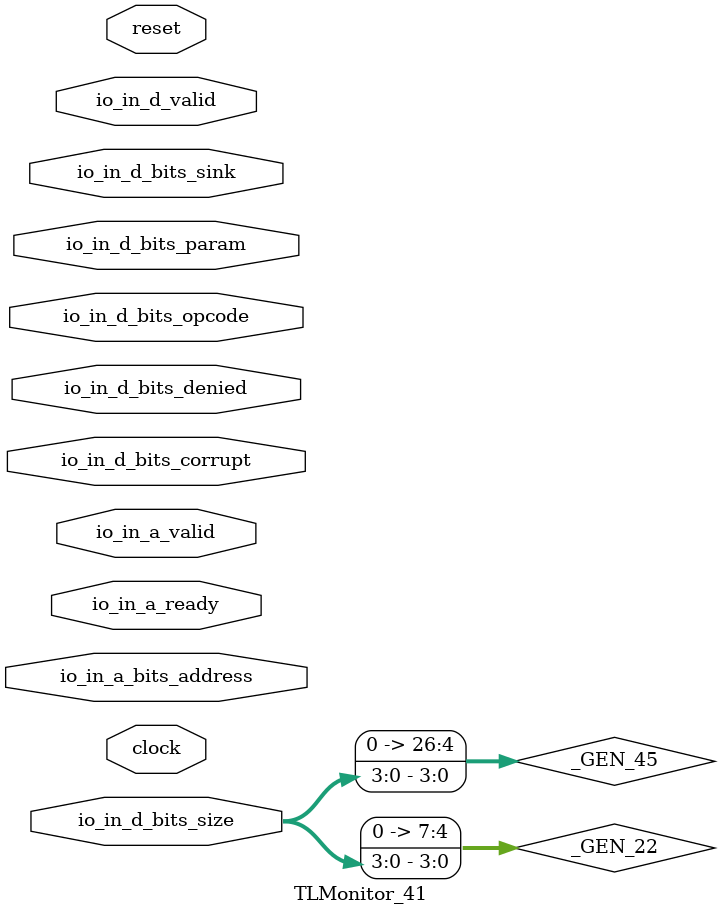
<source format=sv>
`ifndef RANDOMIZE
  `ifdef RANDOMIZE_REG_INIT
    `define RANDOMIZE
  `endif // RANDOMIZE_REG_INIT
`endif // not def RANDOMIZE
`ifndef RANDOMIZE
  `ifdef RANDOMIZE_MEM_INIT
    `define RANDOMIZE
  `endif // RANDOMIZE_MEM_INIT
`endif // not def RANDOMIZE

`ifndef RANDOM
  `define RANDOM $random
`endif // not def RANDOM

// Users can define 'PRINTF_COND' to add an extra gate to prints.
`ifndef PRINTF_COND_
  `ifdef PRINTF_COND
    `define PRINTF_COND_ (`PRINTF_COND)
  `else  // PRINTF_COND
    `define PRINTF_COND_ 1
  `endif // PRINTF_COND
`endif // not def PRINTF_COND_

// Users can define INIT_RANDOM as general code that gets injected into the
// initializer block for modules with registers.
`ifndef INIT_RANDOM
  `define INIT_RANDOM
`endif // not def INIT_RANDOM

// If using random initialization, you can also define RANDOMIZE_DELAY to
// customize the delay used, otherwise 0.002 is used.
`ifndef RANDOMIZE_DELAY
  `define RANDOMIZE_DELAY 0.002
`endif // not def RANDOMIZE_DELAY

// Define INIT_RANDOM_PROLOG_ for use in our modules below.
`ifndef INIT_RANDOM_PROLOG_
  `ifdef RANDOMIZE
    `ifdef VERILATOR
      `define INIT_RANDOM_PROLOG_ `INIT_RANDOM
    `else  // VERILATOR
      `define INIT_RANDOM_PROLOG_ `INIT_RANDOM #`RANDOMIZE_DELAY begin end
    `endif // VERILATOR
  `else  // RANDOMIZE
    `define INIT_RANDOM_PROLOG_
  `endif // RANDOMIZE
`endif // not def INIT_RANDOM_PROLOG_

// Include register initializers in init blocks unless synthesis is set
`ifndef SYNTHESIS
  `ifndef ENABLE_INITIAL_REG_
    `define ENABLE_INITIAL_REG_
  `endif // not def ENABLE_INITIAL_REG_
`endif // not def SYNTHESIS

// Include rmemory initializers in init blocks unless synthesis is set
`ifndef SYNTHESIS
  `ifndef ENABLE_INITIAL_MEM_
    `define ENABLE_INITIAL_MEM_
  `endif // not def ENABLE_INITIAL_MEM_
`endif // not def SYNTHESIS

module TLMonitor_41(
  input        clock,
               reset,
               io_in_a_ready,	// @[generators/rocket-chip/src/main/scala/tilelink/Monitor.scala:17:14]
               io_in_a_valid,	// @[generators/rocket-chip/src/main/scala/tilelink/Monitor.scala:17:14]
  input [31:0] io_in_a_bits_address,	// @[generators/rocket-chip/src/main/scala/tilelink/Monitor.scala:17:14]
  input        io_in_d_valid,	// @[generators/rocket-chip/src/main/scala/tilelink/Monitor.scala:17:14]
  input [2:0]  io_in_d_bits_opcode,	// @[generators/rocket-chip/src/main/scala/tilelink/Monitor.scala:17:14]
  input [1:0]  io_in_d_bits_param,	// @[generators/rocket-chip/src/main/scala/tilelink/Monitor.scala:17:14]
  input [3:0]  io_in_d_bits_size,	// @[generators/rocket-chip/src/main/scala/tilelink/Monitor.scala:17:14]
               io_in_d_bits_sink,	// @[generators/rocket-chip/src/main/scala/tilelink/Monitor.scala:17:14]
  input        io_in_d_bits_denied,	// @[generators/rocket-chip/src/main/scala/tilelink/Monitor.scala:17:14]
               io_in_d_bits_corrupt	// @[generators/rocket-chip/src/main/scala/tilelink/Monitor.scala:17:14]
);

  wire [31:0] _plusarg_reader_1_out;	// @[generators/rocket-chip/src/main/scala/util/PlusArg.scala:80:11]
  wire [31:0] _plusarg_reader_out;	// @[generators/rocket-chip/src/main/scala/util/PlusArg.scala:80:11]
  wire        _GEN = {io_in_a_bits_address[31:14], ~(io_in_a_bits_address[13:12])} == 20'h0 | {io_in_a_bits_address[31:15], io_in_a_bits_address[13:12]} == 19'h0 | {io_in_a_bits_address[31:17], ~(io_in_a_bits_address[16])} == 16'h0 | {io_in_a_bits_address[31:21], io_in_a_bits_address[20:17] ^ 4'h8, io_in_a_bits_address[15:12]} == 19'h0 | {io_in_a_bits_address[31:26], io_in_a_bits_address[25:16] ^ 10'h200} == 16'h0 | {io_in_a_bits_address[31:26], io_in_a_bits_address[25:12] ^ 14'h2010} == 20'h0 | {io_in_a_bits_address[31:28], ~(io_in_a_bits_address[27:26])} == 6'h0 | {io_in_a_bits_address[31:29], io_in_a_bits_address[28:12] ^ 17'h10020} == 20'h0 | io_in_a_bits_address[31:28] == 4'h8;	// @[656:28:627:33, 657:28:629:31, generators/rocket-chip/src/main/scala/diplomacy/Parameters.scala:137:{31,41,46,59}, generators/rocket-chip/src/main/scala/tilelink/Bundles.scala:259:74, generators/rocket-chip/src/main/scala/tilelink/Edges.scala:22:16, generators/rocket-chip/src/main/scala/tilelink/Monitor.scala:652:70, generators/rocket-chip/src/main/scala/tilelink/Parameters.scala:673:26]
  wire        _GEN_0 = io_in_d_bits_opcode != 3'h7;	// @[generators/rocket-chip/src/main/scala/tilelink/Bundles.scala:45:24]
  wire        d_release_ack = io_in_d_bits_opcode == 3'h6;	// @[generators/rocket-chip/src/main/scala/tilelink/Monitor.scala:310:25]
  wire        _GEN_1 = io_in_d_bits_param != 2'h3;	// @[generators/rocket-chip/src/main/scala/tilelink/Bundles.scala:105:26]
  wire        _GEN_2 = io_in_d_bits_param != 2'h2;	// @[generators/rocket-chip/src/main/scala/tilelink/Bundles.scala:111:27, generators/rocket-chip/src/main/scala/tilelink/Monitor.scala:323:28]
  wire        _GEN_3 = ~io_in_d_bits_denied | io_in_d_bits_corrupt;	// @[generators/rocket-chip/src/main/scala/tilelink/Monitor.scala:315:15, :334:30]
  wire        _GEN_4 = io_in_d_bits_opcode == 3'h1;	// @[generators/rocket-chip/src/main/scala/tilelink/Monitor.scala:346:25]
  wire        _a_first_T_1 = io_in_a_ready & io_in_a_valid;	// @[src/main/scala/chisel3/util/Decoupled.scala:52:35]
  reg  [7:0]  a_first_counter;	// @[generators/rocket-chip/src/main/scala/tilelink/Edges.scala:230:27]
  reg  [2:0]  opcode;	// @[generators/rocket-chip/src/main/scala/tilelink/Monitor.scala:384:22]
  reg  [2:0]  param;	// @[generators/rocket-chip/src/main/scala/tilelink/Monitor.scala:385:22]
  reg  [3:0]  size;	// @[generators/rocket-chip/src/main/scala/tilelink/Monitor.scala:386:22]
  reg         source;	// @[generators/rocket-chip/src/main/scala/tilelink/Monitor.scala:387:22]
  reg  [31:0] address;	// @[generators/rocket-chip/src/main/scala/tilelink/Monitor.scala:388:22]
  wire        _GEN_5 = opcode == 3'h4;	// @[generators/rocket-chip/src/main/scala/tilelink/Monitor.scala:384:22, :390:32]
  wire        _GEN_6 = size == 4'h6;	// @[generators/rocket-chip/src/main/scala/tilelink/Monitor.scala:17:14, :386:22, :392:32]
  wire        _GEN_7 = io_in_a_bits_address == address;	// @[generators/rocket-chip/src/main/scala/tilelink/Monitor.scala:388:22, :394:32]
  reg  [7:0]  d_first_counter;	// @[generators/rocket-chip/src/main/scala/tilelink/Edges.scala:230:27]
  reg  [2:0]  opcode_1;	// @[generators/rocket-chip/src/main/scala/tilelink/Monitor.scala:535:22]
  reg  [1:0]  param_1;	// @[generators/rocket-chip/src/main/scala/tilelink/Monitor.scala:536:22]
  reg  [3:0]  size_1;	// @[generators/rocket-chip/src/main/scala/tilelink/Monitor.scala:537:22]
  reg         source_1;	// @[generators/rocket-chip/src/main/scala/tilelink/Monitor.scala:538:22]
  reg  [3:0]  sink;	// @[generators/rocket-chip/src/main/scala/tilelink/Monitor.scala:539:22]
  reg         denied;	// @[generators/rocket-chip/src/main/scala/tilelink/Monitor.scala:540:22]
  wire        _GEN_8 = io_in_d_bits_opcode == opcode_1;	// @[generators/rocket-chip/src/main/scala/tilelink/Monitor.scala:535:22, :542:29]
  wire        _GEN_9 = io_in_d_bits_param == param_1;	// @[generators/rocket-chip/src/main/scala/tilelink/Monitor.scala:536:22, :543:29]
  wire        _GEN_10 = io_in_d_bits_size == size_1;	// @[generators/rocket-chip/src/main/scala/tilelink/Monitor.scala:537:22, :544:29]
  wire        _GEN_11 = io_in_d_bits_sink == sink;	// @[generators/rocket-chip/src/main/scala/tilelink/Monitor.scala:539:22, :546:29]
  wire        _GEN_12 = io_in_d_bits_denied == denied;	// @[generators/rocket-chip/src/main/scala/tilelink/Monitor.scala:540:22, :547:29]
  reg         inflight;	// @[generators/rocket-chip/src/main/scala/tilelink/Monitor.scala:611:27]
  reg  [3:0]  inflight_opcodes;	// @[generators/rocket-chip/src/main/scala/tilelink/Monitor.scala:613:35]
  reg  [7:0]  inflight_sizes;	// @[generators/rocket-chip/src/main/scala/tilelink/Monitor.scala:615:33]
  reg  [7:0]  a_first_counter_1;	// @[generators/rocket-chip/src/main/scala/tilelink/Edges.scala:230:27]
  wire        a_first_1 = a_first_counter_1 == 8'h0;	// @[generators/rocket-chip/src/main/scala/tilelink/Edges.scala:222:14, :230:27, :232:25]
  reg  [7:0]  d_first_counter_1;	// @[generators/rocket-chip/src/main/scala/tilelink/Edges.scala:230:27]
  wire        d_first_1 = d_first_counter_1 == 8'h0;	// @[generators/rocket-chip/src/main/scala/tilelink/Edges.scala:222:14, :230:27, :232:25]
  wire        _same_cycle_resp_T_1 = io_in_a_valid & a_first_1;	// @[generators/rocket-chip/src/main/scala/tilelink/Edges.scala:232:25, generators/rocket-chip/src/main/scala/tilelink/Monitor.scala:648:26]
  wire        _GEN_13 = _a_first_T_1 & a_first_1;	// @[generators/rocket-chip/src/main/scala/tilelink/Edges.scala:232:25, generators/rocket-chip/src/main/scala/tilelink/Monitor.scala:652:25, src/main/scala/chisel3/util/Decoupled.scala:52:35]
  wire        _GEN_14 = io_in_d_valid & d_first_1;	// @[generators/rocket-chip/src/main/scala/tilelink/Edges.scala:232:25, generators/rocket-chip/src/main/scala/tilelink/Monitor.scala:671:26]
  wire        _GEN_15 = _GEN_14 & ~d_release_ack;	// @[generators/rocket-chip/src/main/scala/tilelink/Monitor.scala:310:25, :671:{26,71,74}]
  wire        _GEN_16 = inflight | _same_cycle_resp_T_1;	// @[generators/rocket-chip/src/main/scala/tilelink/Monitor.scala:611:27, :648:26, :682:49]
  wire        _GEN_17 = io_in_d_bits_size == 4'h6;	// @[generators/rocket-chip/src/main/scala/tilelink/Monitor.scala:17:14, :687:36]
  wire        _GEN_18 = inflight_opcodes[3:1] == 3'h4 | inflight_opcodes[3:1] == 3'h3 | inflight_opcodes[3:1] == 3'h2;	// @[generators/rocket-chip/src/main/scala/tilelink/Monitor.scala:613:35, :634:152, :689:38, src/main/scala/chisel3/util/OneHot.scala:65:12]
  wire        _GEN_19 = inflight_opcodes[3:1] == 3'h5;	// @[generators/rocket-chip/src/main/scala/tilelink/Monitor.scala:613:35, :634:152, :689:38, src/main/scala/chisel3/util/OneHot.scala:65:12]
  wire        _GEN_20 = inflight_opcodes[3:1] == 3'h6;	// @[generators/rocket-chip/src/main/scala/tilelink/Monitor.scala:613:35, :634:152, :689:38, src/main/scala/chisel3/util/OneHot.scala:65:12]
  wire        _GEN_21 = io_in_d_bits_opcode == ((&(inflight_opcodes[3:1])) | _GEN_20 ? 3'h4 : _GEN_19 ? 3'h2 : {2'h0, _GEN_18}) | io_in_d_bits_opcode == ((&(inflight_opcodes[3:1])) ? 3'h4 : _GEN_20 ? 3'h5 : _GEN_19 ? 3'h2 : {2'h0, _GEN_18});	// @[generators/rocket-chip/src/main/scala/tilelink/Monitor.scala:313:28, :613:35, :634:152, :689:{38,72}, :690:38, src/main/scala/chisel3/util/OneHot.scala:65:12]
  wire [7:0]  _GEN_22 = {4'h0, io_in_d_bits_size};	// @[generators/rocket-chip/src/main/scala/diplomacy/Parameters.scala:92:38, generators/rocket-chip/src/main/scala/tilelink/Bundles.scala:111:27, generators/rocket-chip/src/main/scala/tilelink/Monitor.scala:634:69, :638:65, :656:79, :657:77, :691:36]
  wire        _GEN_23 = _GEN_22 == {1'h0, inflight_sizes[7:1]};	// @[generators/rocket-chip/src/main/scala/tilelink/Monitor.scala:17:14, :42:11, :49:11, :99:31, :131:74, :139:71, :615:33, :638:144, :691:36, :695:15, generators/rocket-chip/src/main/scala/tilelink/Monitor.scala 636:33:638:19, src/main/scala/chisel3/util/OneHot.scala:65:12]
  wire        _GEN_24 = _same_cycle_resp_T_1 != _GEN_15 | ~_same_cycle_resp_T_1;	// @[generators/rocket-chip/src/main/scala/tilelink/Monitor.scala:648:26, :671:71, :699:{29,48,51}]
  reg  [31:0] watchdog;	// @[generators/rocket-chip/src/main/scala/tilelink/Monitor.scala:706:27]
  wire        _GEN_25 = ~inflight | _plusarg_reader_out == 32'h0 | watchdog < _plusarg_reader_out;	// @[generators/rocket-chip/src/main/scala/tilelink/Bundles.scala:259:74, generators/rocket-chip/src/main/scala/tilelink/Monitor.scala:611:27, :658:17, :706:27, :709:{39,47,59}, generators/rocket-chip/src/main/scala/util/PlusArg.scala:80:11]
  reg         inflight_1;	// @[generators/rocket-chip/src/main/scala/tilelink/Monitor.scala:723:35]
  reg  [7:0]  inflight_sizes_1;	// @[generators/rocket-chip/src/main/scala/tilelink/Monitor.scala:725:35]
  reg  [7:0]  d_first_counter_2;	// @[generators/rocket-chip/src/main/scala/tilelink/Edges.scala:230:27]
  wire        d_first_2 = d_first_counter_2 == 8'h0;	// @[generators/rocket-chip/src/main/scala/tilelink/Edges.scala:222:14, :230:27, :232:25]
  wire        _GEN_26 = io_in_d_valid & d_first_2 & d_release_ack;	// @[generators/rocket-chip/src/main/scala/tilelink/Edges.scala:232:25, generators/rocket-chip/src/main/scala/tilelink/Monitor.scala:310:25, :785:70]
  wire        _GEN_27 = _GEN_22 == {1'h0, inflight_sizes_1[7:1]};	// @[generators/rocket-chip/src/main/scala/tilelink/Monitor.scala:17:14, :42:11, :49:11, :99:31, :131:74, :139:71, :691:36, :695:15, :725:35, :747:146, :797:36, generators/rocket-chip/src/main/scala/tilelink/Monitor.scala 745:35:747:21, src/main/scala/chisel3/util/OneHot.scala:65:12]
  reg  [31:0] watchdog_1;	// @[generators/rocket-chip/src/main/scala/tilelink/Monitor.scala:815:27]
  wire        _GEN_28 = ~inflight_1 | _plusarg_reader_1_out == 32'h0 | watchdog_1 < _plusarg_reader_1_out;	// @[generators/rocket-chip/src/main/scala/tilelink/Bundles.scala:259:74, generators/rocket-chip/src/main/scala/tilelink/Monitor.scala:49:11, :723:35, :815:27, :818:{39,47,59}, generators/rocket-chip/src/main/scala/util/PlusArg.scala:80:11]
  wire        _GEN_29 = io_in_a_valid & ~reset;	// @[generators/rocket-chip/src/main/scala/tilelink/Monitor.scala:42:11]
  wire        _GEN_30 = io_in_d_valid & ~reset;	// @[generators/rocket-chip/src/main/scala/tilelink/Monitor.scala:42:11, :49:11]
  wire        _GEN_31 = io_in_d_valid & d_release_ack & ~reset;	// @[generators/rocket-chip/src/main/scala/tilelink/Monitor.scala:42:11, :49:11, :310:25]
  wire        _GEN_32 = io_in_d_valid & io_in_d_bits_opcode == 3'h4 & ~reset;	// @[generators/rocket-chip/src/main/scala/tilelink/Monitor.scala:42:11, :49:11, :318:25]
  wire        _GEN_33 = io_in_d_valid & io_in_d_bits_opcode == 3'h5 & ~reset;	// @[generators/rocket-chip/src/main/scala/tilelink/Monitor.scala:42:11, :49:11, :328:25]
  wire        _GEN_34 = io_in_d_valid & io_in_d_bits_opcode == 3'h0 & ~reset;	// @[generators/rocket-chip/src/main/scala/tilelink/Monitor.scala:42:11, :49:11, :338:25]
  wire        _GEN_35 = io_in_d_valid & _GEN_4 & ~reset;	// @[generators/rocket-chip/src/main/scala/tilelink/Monitor.scala:42:11, :49:11, :346:25]
  wire        _GEN_36 = io_in_d_valid & io_in_d_bits_opcode == 3'h2 & ~reset;	// @[generators/rocket-chip/src/main/scala/tilelink/Monitor.scala:42:11, :49:11, :354:25]
  wire        _GEN_37 = io_in_a_valid & (|a_first_counter) & ~reset;	// @[generators/rocket-chip/src/main/scala/tilelink/Edges.scala:230:27, :232:25, generators/rocket-chip/src/main/scala/tilelink/Monitor.scala:42:11]
  wire        _GEN_38 = io_in_d_valid & (|d_first_counter) & ~reset;	// @[generators/rocket-chip/src/main/scala/tilelink/Edges.scala:230:27, :232:25, generators/rocket-chip/src/main/scala/tilelink/Monitor.scala:42:11, :49:11]
  wire        _GEN_39 = _GEN_13 & ~reset;	// @[generators/rocket-chip/src/main/scala/tilelink/Monitor.scala:42:11, :652:25]
  wire        _GEN_40 = _GEN_15 & ~reset;	// @[generators/rocket-chip/src/main/scala/tilelink/Monitor.scala:42:11, :49:11, :671:71]
  wire        _GEN_41 = _GEN_15 & _same_cycle_resp_T_1 & ~reset;	// @[generators/rocket-chip/src/main/scala/tilelink/Monitor.scala:42:11, :49:11, :648:26, :671:71]
  wire        _GEN_42 = _GEN_15 & ~_same_cycle_resp_T_1 & ~reset;	// @[generators/rocket-chip/src/main/scala/tilelink/Monitor.scala:42:11, :49:11, :648:26, :671:71, :699:51]
  wire        _GEN_43 = _GEN_14 & a_first_1 & io_in_a_valid & ~d_release_ack & ~reset;	// @[generators/rocket-chip/src/main/scala/tilelink/Edges.scala:232:25, generators/rocket-chip/src/main/scala/tilelink/Monitor.scala:42:11, :49:11, :310:25, :671:{26,74}]
  wire        _GEN_44 = _GEN_26 & ~reset;	// @[generators/rocket-chip/src/main/scala/tilelink/Monitor.scala:42:11, :49:11, :785:70]
  `ifndef SYNTHESIS	// @[generators/rocket-chip/src/main/scala/tilelink/Monitor.scala:42:11]
    always @(posedge clock) begin	// @[generators/rocket-chip/src/main/scala/tilelink/Monitor.scala:42:11]
      if ((`PRINTF_COND_) & _GEN_29 & ~_GEN)	// @[generators/rocket-chip/src/main/scala/tilelink/Monitor.scala:42:11, generators/rocket-chip/src/main/scala/tilelink/Parameters.scala:673:26]
        $fwrite(32'h80000002, "Assertion failed: 'A' channel carries Get type which slave claims it can't support (connected at generators/boom/src/main/scala/common/tile.scala:138:21)\n    at Monitor.scala:42 assert(cond, message)\n");	// @[generators/rocket-chip/src/main/scala/tilelink/Monitor.scala:42:11]
      if ((`PRINTF_COND_) & _GEN_29 & (|(io_in_a_bits_address[5:0])))	// @[generators/rocket-chip/src/main/scala/tilelink/Edges.scala:22:{16,24}, generators/rocket-chip/src/main/scala/tilelink/Monitor.scala:42:11]
        $fwrite(32'h80000002, "Assertion failed: 'A' channel Get address not aligned to size (connected at generators/boom/src/main/scala/common/tile.scala:138:21)\n    at Monitor.scala:42 assert(cond, message)\n");	// @[generators/rocket-chip/src/main/scala/tilelink/Monitor.scala:42:11]
      if ((`PRINTF_COND_) & _GEN_30 & ~_GEN_0)	// @[generators/rocket-chip/src/main/scala/tilelink/Bundles.scala:45:24, generators/rocket-chip/src/main/scala/tilelink/Monitor.scala:42:11, :49:11]
        $fwrite(32'h80000002, "Assertion failed: 'D' channel has invalid opcode (connected at generators/boom/src/main/scala/common/tile.scala:138:21)\n    at Monitor.scala:49 assert(cond, message)\n");	// @[generators/rocket-chip/src/main/scala/tilelink/Monitor.scala:42:11, :49:11]
      if ((`PRINTF_COND_) & _GEN_31 & ~(|(io_in_d_bits_size[3:2])))	// @[generators/rocket-chip/src/main/scala/tilelink/Monitor.scala:42:11, :49:11, :312:27]
        $fwrite(32'h80000002, "Assertion failed: 'D' channel ReleaseAck smaller than a beat (connected at generators/boom/src/main/scala/common/tile.scala:138:21)\n    at Monitor.scala:49 assert(cond, message)\n");	// @[generators/rocket-chip/src/main/scala/tilelink/Monitor.scala:42:11, :49:11]
      if ((`PRINTF_COND_) & _GEN_31 & (|io_in_d_bits_param))	// @[generators/rocket-chip/src/main/scala/tilelink/Monitor.scala:42:11, :49:11, :313:28]
        $fwrite(32'h80000002, "Assertion failed: 'D' channel ReleaseeAck carries invalid param (connected at generators/boom/src/main/scala/common/tile.scala:138:21)\n    at Monitor.scala:49 assert(cond, message)\n");	// @[generators/rocket-chip/src/main/scala/tilelink/Monitor.scala:42:11, :49:11]
      if ((`PRINTF_COND_) & _GEN_31 & io_in_d_bits_corrupt)	// @[generators/rocket-chip/src/main/scala/tilelink/Monitor.scala:42:11, :49:11]
        $fwrite(32'h80000002, "Assertion failed: 'D' channel ReleaseAck is corrupt (connected at generators/boom/src/main/scala/common/tile.scala:138:21)\n    at Monitor.scala:49 assert(cond, message)\n");	// @[generators/rocket-chip/src/main/scala/tilelink/Monitor.scala:42:11, :49:11]
      if ((`PRINTF_COND_) & _GEN_31 & io_in_d_bits_denied)	// @[generators/rocket-chip/src/main/scala/tilelink/Monitor.scala:42:11, :49:11]
        $fwrite(32'h80000002, "Assertion failed: 'D' channel ReleaseAck is denied (connected at generators/boom/src/main/scala/common/tile.scala:138:21)\n    at Monitor.scala:49 assert(cond, message)\n");	// @[generators/rocket-chip/src/main/scala/tilelink/Monitor.scala:42:11, :49:11]
      if ((`PRINTF_COND_) & _GEN_32 & ~(|(io_in_d_bits_size[3:2])))	// @[generators/rocket-chip/src/main/scala/tilelink/Monitor.scala:42:11, :49:11, :312:27]
        $fwrite(32'h80000002, "Assertion failed: 'D' channel Grant smaller than a beat (connected at generators/boom/src/main/scala/common/tile.scala:138:21)\n    at Monitor.scala:49 assert(cond, message)\n");	// @[generators/rocket-chip/src/main/scala/tilelink/Monitor.scala:42:11, :49:11]
      if ((`PRINTF_COND_) & _GEN_32 & ~_GEN_1)	// @[generators/rocket-chip/src/main/scala/tilelink/Bundles.scala:105:26, generators/rocket-chip/src/main/scala/tilelink/Monitor.scala:42:11, :49:11]
        $fwrite(32'h80000002, "Assertion failed: 'D' channel Grant carries invalid cap param (connected at generators/boom/src/main/scala/common/tile.scala:138:21)\n    at Monitor.scala:49 assert(cond, message)\n");	// @[generators/rocket-chip/src/main/scala/tilelink/Monitor.scala:42:11, :49:11]
      if ((`PRINTF_COND_) & _GEN_32 & ~_GEN_2)	// @[generators/rocket-chip/src/main/scala/tilelink/Monitor.scala:42:11, :49:11, :323:28]
        $fwrite(32'h80000002, "Assertion failed: 'D' channel Grant carries toN param (connected at generators/boom/src/main/scala/common/tile.scala:138:21)\n    at Monitor.scala:49 assert(cond, message)\n");	// @[generators/rocket-chip/src/main/scala/tilelink/Monitor.scala:42:11, :49:11]
      if ((`PRINTF_COND_) & _GEN_32 & io_in_d_bits_corrupt)	// @[generators/rocket-chip/src/main/scala/tilelink/Monitor.scala:42:11, :49:11]
        $fwrite(32'h80000002, "Assertion failed: 'D' channel Grant is corrupt (connected at generators/boom/src/main/scala/common/tile.scala:138:21)\n    at Monitor.scala:49 assert(cond, message)\n");	// @[generators/rocket-chip/src/main/scala/tilelink/Monitor.scala:42:11, :49:11]
      if ((`PRINTF_COND_) & _GEN_33 & ~(|(io_in_d_bits_size[3:2])))	// @[generators/rocket-chip/src/main/scala/tilelink/Monitor.scala:42:11, :49:11, :312:27]
        $fwrite(32'h80000002, "Assertion failed: 'D' channel GrantData smaller than a beat (connected at generators/boom/src/main/scala/common/tile.scala:138:21)\n    at Monitor.scala:49 assert(cond, message)\n");	// @[generators/rocket-chip/src/main/scala/tilelink/Monitor.scala:42:11, :49:11]
      if ((`PRINTF_COND_) & _GEN_33 & ~_GEN_1)	// @[generators/rocket-chip/src/main/scala/tilelink/Bundles.scala:105:26, generators/rocket-chip/src/main/scala/tilelink/Monitor.scala:42:11, :49:11]
        $fwrite(32'h80000002, "Assertion failed: 'D' channel GrantData carries invalid cap param (connected at generators/boom/src/main/scala/common/tile.scala:138:21)\n    at Monitor.scala:49 assert(cond, message)\n");	// @[generators/rocket-chip/src/main/scala/tilelink/Monitor.scala:42:11, :49:11]
      if ((`PRINTF_COND_) & _GEN_33 & ~_GEN_2)	// @[generators/rocket-chip/src/main/scala/tilelink/Monitor.scala:42:11, :49:11, :323:28]
        $fwrite(32'h80000002, "Assertion failed: 'D' channel GrantData carries toN param (connected at generators/boom/src/main/scala/common/tile.scala:138:21)\n    at Monitor.scala:49 assert(cond, message)\n");	// @[generators/rocket-chip/src/main/scala/tilelink/Monitor.scala:42:11, :49:11]
      if ((`PRINTF_COND_) & _GEN_33 & ~_GEN_3)	// @[generators/rocket-chip/src/main/scala/tilelink/Monitor.scala:42:11, :49:11, :334:30]
        $fwrite(32'h80000002, "Assertion failed: 'D' channel GrantData is denied but not corrupt (connected at generators/boom/src/main/scala/common/tile.scala:138:21)\n    at Monitor.scala:49 assert(cond, message)\n");	// @[generators/rocket-chip/src/main/scala/tilelink/Monitor.scala:42:11, :49:11]
      if ((`PRINTF_COND_) & _GEN_34 & (|io_in_d_bits_param))	// @[generators/rocket-chip/src/main/scala/tilelink/Monitor.scala:42:11, :49:11, :313:28]
        $fwrite(32'h80000002, "Assertion failed: 'D' channel AccessAck carries invalid param (connected at generators/boom/src/main/scala/common/tile.scala:138:21)\n    at Monitor.scala:49 assert(cond, message)\n");	// @[generators/rocket-chip/src/main/scala/tilelink/Monitor.scala:42:11, :49:11]
      if ((`PRINTF_COND_) & _GEN_34 & io_in_d_bits_corrupt)	// @[generators/rocket-chip/src/main/scala/tilelink/Monitor.scala:42:11, :49:11]
        $fwrite(32'h80000002, "Assertion failed: 'D' channel AccessAck is corrupt (connected at generators/boom/src/main/scala/common/tile.scala:138:21)\n    at Monitor.scala:49 assert(cond, message)\n");	// @[generators/rocket-chip/src/main/scala/tilelink/Monitor.scala:42:11, :49:11]
      if ((`PRINTF_COND_) & _GEN_35 & (|io_in_d_bits_param))	// @[generators/rocket-chip/src/main/scala/tilelink/Monitor.scala:42:11, :49:11, :313:28]
        $fwrite(32'h80000002, "Assertion failed: 'D' channel AccessAckData carries invalid param (connected at generators/boom/src/main/scala/common/tile.scala:138:21)\n    at Monitor.scala:49 assert(cond, message)\n");	// @[generators/rocket-chip/src/main/scala/tilelink/Monitor.scala:42:11, :49:11]
      if ((`PRINTF_COND_) & _GEN_35 & ~_GEN_3)	// @[generators/rocket-chip/src/main/scala/tilelink/Monitor.scala:42:11, :49:11, :334:30]
        $fwrite(32'h80000002, "Assertion failed: 'D' channel AccessAckData is denied but not corrupt (connected at generators/boom/src/main/scala/common/tile.scala:138:21)\n    at Monitor.scala:49 assert(cond, message)\n");	// @[generators/rocket-chip/src/main/scala/tilelink/Monitor.scala:42:11, :49:11]
      if ((`PRINTF_COND_) & _GEN_36 & (|io_in_d_bits_param))	// @[generators/rocket-chip/src/main/scala/tilelink/Monitor.scala:42:11, :49:11, :313:28]
        $fwrite(32'h80000002, "Assertion failed: 'D' channel HintAck carries invalid param (connected at generators/boom/src/main/scala/common/tile.scala:138:21)\n    at Monitor.scala:49 assert(cond, message)\n");	// @[generators/rocket-chip/src/main/scala/tilelink/Monitor.scala:42:11, :49:11]
      if ((`PRINTF_COND_) & _GEN_36 & io_in_d_bits_corrupt)	// @[generators/rocket-chip/src/main/scala/tilelink/Monitor.scala:42:11, :49:11]
        $fwrite(32'h80000002, "Assertion failed: 'D' channel HintAck is corrupt (connected at generators/boom/src/main/scala/common/tile.scala:138:21)\n    at Monitor.scala:49 assert(cond, message)\n");	// @[generators/rocket-chip/src/main/scala/tilelink/Monitor.scala:42:11, :49:11]
      if ((`PRINTF_COND_) & _GEN_37 & ~_GEN_5)	// @[generators/rocket-chip/src/main/scala/tilelink/Monitor.scala:42:11, :390:32]
        $fwrite(32'h80000002, "Assertion failed: 'A' channel opcode changed within multibeat operation (connected at generators/boom/src/main/scala/common/tile.scala:138:21)\n    at Monitor.scala:42 assert(cond, message)\n");	// @[generators/rocket-chip/src/main/scala/tilelink/Monitor.scala:42:11]
      if ((`PRINTF_COND_) & _GEN_37 & (|param))	// @[generators/rocket-chip/src/main/scala/tilelink/Monitor.scala:42:11, :385:22, :391:32]
        $fwrite(32'h80000002, "Assertion failed: 'A' channel param changed within multibeat operation (connected at generators/boom/src/main/scala/common/tile.scala:138:21)\n    at Monitor.scala:42 assert(cond, message)\n");	// @[generators/rocket-chip/src/main/scala/tilelink/Monitor.scala:42:11]
      if ((`PRINTF_COND_) & _GEN_37 & ~_GEN_6)	// @[generators/rocket-chip/src/main/scala/tilelink/Monitor.scala:42:11, :392:32]
        $fwrite(32'h80000002, "Assertion failed: 'A' channel size changed within multibeat operation (connected at generators/boom/src/main/scala/common/tile.scala:138:21)\n    at Monitor.scala:42 assert(cond, message)\n");	// @[generators/rocket-chip/src/main/scala/tilelink/Monitor.scala:42:11]
      if ((`PRINTF_COND_) & _GEN_37 & source)	// @[generators/rocket-chip/src/main/scala/tilelink/Monitor.scala:42:11, :387:22]
        $fwrite(32'h80000002, "Assertion failed: 'A' channel source changed within multibeat operation (connected at generators/boom/src/main/scala/common/tile.scala:138:21)\n    at Monitor.scala:42 assert(cond, message)\n");	// @[generators/rocket-chip/src/main/scala/tilelink/Monitor.scala:42:11]
      if ((`PRINTF_COND_) & _GEN_37 & ~_GEN_7)	// @[generators/rocket-chip/src/main/scala/tilelink/Monitor.scala:42:11, :394:32]
        $fwrite(32'h80000002, "Assertion failed: 'A' channel address changed with multibeat operation (connected at generators/boom/src/main/scala/common/tile.scala:138:21)\n    at Monitor.scala:42 assert(cond, message)\n");	// @[generators/rocket-chip/src/main/scala/tilelink/Monitor.scala:42:11]
      if ((`PRINTF_COND_) & _GEN_38 & ~_GEN_8)	// @[generators/rocket-chip/src/main/scala/tilelink/Monitor.scala:42:11, :49:11, :542:29]
        $fwrite(32'h80000002, "Assertion failed: 'D' channel opcode changed within multibeat operation (connected at generators/boom/src/main/scala/common/tile.scala:138:21)\n    at Monitor.scala:49 assert(cond, message)\n");	// @[generators/rocket-chip/src/main/scala/tilelink/Monitor.scala:42:11, :49:11]
      if ((`PRINTF_COND_) & _GEN_38 & ~_GEN_9)	// @[generators/rocket-chip/src/main/scala/tilelink/Monitor.scala:42:11, :49:11, :543:29]
        $fwrite(32'h80000002, "Assertion failed: 'D' channel param changed within multibeat operation (connected at generators/boom/src/main/scala/common/tile.scala:138:21)\n    at Monitor.scala:49 assert(cond, message)\n");	// @[generators/rocket-chip/src/main/scala/tilelink/Monitor.scala:42:11, :49:11]
      if ((`PRINTF_COND_) & _GEN_38 & ~_GEN_10)	// @[generators/rocket-chip/src/main/scala/tilelink/Monitor.scala:42:11, :49:11, :544:29]
        $fwrite(32'h80000002, "Assertion failed: 'D' channel size changed within multibeat operation (connected at generators/boom/src/main/scala/common/tile.scala:138:21)\n    at Monitor.scala:49 assert(cond, message)\n");	// @[generators/rocket-chip/src/main/scala/tilelink/Monitor.scala:42:11, :49:11]
      if ((`PRINTF_COND_) & _GEN_38 & source_1)	// @[generators/rocket-chip/src/main/scala/tilelink/Monitor.scala:42:11, :49:11, :538:22]
        $fwrite(32'h80000002, "Assertion failed: 'D' channel source changed within multibeat operation (connected at generators/boom/src/main/scala/common/tile.scala:138:21)\n    at Monitor.scala:49 assert(cond, message)\n");	// @[generators/rocket-chip/src/main/scala/tilelink/Monitor.scala:42:11, :49:11]
      if ((`PRINTF_COND_) & _GEN_38 & ~_GEN_11)	// @[generators/rocket-chip/src/main/scala/tilelink/Monitor.scala:42:11, :49:11, :546:29]
        $fwrite(32'h80000002, "Assertion failed: 'D' channel sink changed with multibeat operation (connected at generators/boom/src/main/scala/common/tile.scala:138:21)\n    at Monitor.scala:49 assert(cond, message)\n");	// @[generators/rocket-chip/src/main/scala/tilelink/Monitor.scala:42:11, :49:11]
      if ((`PRINTF_COND_) & _GEN_38 & ~_GEN_12)	// @[generators/rocket-chip/src/main/scala/tilelink/Monitor.scala:42:11, :49:11, :547:29]
        $fwrite(32'h80000002, "Assertion failed: 'D' channel denied changed with multibeat operation (connected at generators/boom/src/main/scala/common/tile.scala:138:21)\n    at Monitor.scala:49 assert(cond, message)\n");	// @[generators/rocket-chip/src/main/scala/tilelink/Monitor.scala:42:11, :49:11]
      if ((`PRINTF_COND_) & _GEN_39 & inflight)	// @[generators/rocket-chip/src/main/scala/tilelink/Monitor.scala:42:11, :611:27]
        $fwrite(32'h80000002, "Assertion failed: 'A' channel re-used a source ID (connected at generators/boom/src/main/scala/common/tile.scala:138:21)\n    at Monitor.scala:42 assert(cond, message)\n");	// @[generators/rocket-chip/src/main/scala/tilelink/Monitor.scala:42:11]
      if ((`PRINTF_COND_) & _GEN_40 & ~_GEN_16)	// @[generators/rocket-chip/src/main/scala/tilelink/Monitor.scala:42:11, :49:11, :682:49]
        $fwrite(32'h80000002, "Assertion failed: 'D' channel acknowledged for nothing inflight (connected at generators/boom/src/main/scala/common/tile.scala:138:21)\n    at Monitor.scala:49 assert(cond, message)\n");	// @[generators/rocket-chip/src/main/scala/tilelink/Monitor.scala:42:11, :49:11]
      if ((`PRINTF_COND_) & _GEN_41 & ~_GEN_4)	// @[generators/rocket-chip/src/main/scala/tilelink/Monitor.scala:42:11, :49:11, :346:25]
        $fwrite(32'h80000002, "Assertion failed: 'D' channel contains improper opcode response (connected at generators/boom/src/main/scala/common/tile.scala:138:21)\n    at Monitor.scala:49 assert(cond, message)\n");	// @[generators/rocket-chip/src/main/scala/tilelink/Monitor.scala:42:11, :49:11]
      if ((`PRINTF_COND_) & _GEN_41 & ~_GEN_17)	// @[generators/rocket-chip/src/main/scala/tilelink/Monitor.scala:42:11, :49:11, :687:36]
        $fwrite(32'h80000002, "Assertion failed: 'D' channel contains improper response size (connected at generators/boom/src/main/scala/common/tile.scala:138:21)\n    at Monitor.scala:49 assert(cond, message)\n");	// @[generators/rocket-chip/src/main/scala/tilelink/Monitor.scala:42:11, :49:11]
      if ((`PRINTF_COND_) & _GEN_42 & ~_GEN_21)	// @[generators/rocket-chip/src/main/scala/tilelink/Monitor.scala:42:11, :49:11, :689:72]
        $fwrite(32'h80000002, "Assertion failed: 'D' channel contains improper opcode response (connected at generators/boom/src/main/scala/common/tile.scala:138:21)\n    at Monitor.scala:49 assert(cond, message)\n");	// @[generators/rocket-chip/src/main/scala/tilelink/Monitor.scala:42:11, :49:11]
      if ((`PRINTF_COND_) & _GEN_42 & ~_GEN_23)	// @[generators/rocket-chip/src/main/scala/tilelink/Monitor.scala:42:11, :49:11, :691:36]
        $fwrite(32'h80000002, "Assertion failed: 'D' channel contains improper response size (connected at generators/boom/src/main/scala/common/tile.scala:138:21)\n    at Monitor.scala:49 assert(cond, message)\n");	// @[generators/rocket-chip/src/main/scala/tilelink/Monitor.scala:42:11, :49:11]
      if ((`PRINTF_COND_) & _GEN_43 & ~io_in_a_ready)	// @[generators/rocket-chip/src/main/scala/tilelink/Monitor.scala:42:11, :49:11]
        $fwrite(32'h80000002, "Assertion failed: ready check\n    at Monitor.scala:49 assert(cond, message)\n");	// @[generators/rocket-chip/src/main/scala/tilelink/Monitor.scala:42:11, :49:11]
      if ((`PRINTF_COND_) & ~reset & ~_GEN_24)	// @[generators/rocket-chip/src/main/scala/tilelink/Monitor.scala:42:11, :49:11, :699:48]
        $fwrite(32'h80000002, "Assertion failed: 'A' and 'D' concurrent, despite minlatency 4 (connected at generators/boom/src/main/scala/common/tile.scala:138:21)\n    at Monitor.scala:49 assert(cond, message)\n");	// @[generators/rocket-chip/src/main/scala/tilelink/Monitor.scala:42:11, :49:11]
      if ((`PRINTF_COND_) & ~reset & ~_GEN_25)	// @[generators/rocket-chip/src/main/scala/tilelink/Monitor.scala:42:11, :709:47]
        $fwrite(32'h80000002, "Assertion failed: TileLink timeout expired (connected at generators/boom/src/main/scala/common/tile.scala:138:21)\n    at Monitor.scala:42 assert(cond, message)\n");	// @[generators/rocket-chip/src/main/scala/tilelink/Monitor.scala:42:11]
      if ((`PRINTF_COND_) & _GEN_44 & ~inflight_1)	// @[generators/rocket-chip/src/main/scala/tilelink/Monitor.scala:42:11, :49:11, :723:35]
        $fwrite(32'h80000002, "Assertion failed: 'D' channel acknowledged for nothing inflight (connected at generators/boom/src/main/scala/common/tile.scala:138:21)\n    at Monitor.scala:49 assert(cond, message)\n");	// @[generators/rocket-chip/src/main/scala/tilelink/Monitor.scala:42:11, :49:11]
      if ((`PRINTF_COND_) & _GEN_44 & ~_GEN_27)	// @[generators/rocket-chip/src/main/scala/tilelink/Monitor.scala:42:11, :49:11, :797:36]
        $fwrite(32'h80000002, "Assertion failed: 'D' channel contains improper response size (connected at generators/boom/src/main/scala/common/tile.scala:138:21)\n    at Monitor.scala:49 assert(cond, message)\n");	// @[generators/rocket-chip/src/main/scala/tilelink/Monitor.scala:42:11, :49:11]
      if ((`PRINTF_COND_) & ~reset & ~_GEN_28)	// @[generators/rocket-chip/src/main/scala/tilelink/Monitor.scala:42:11, :818:47]
        $fwrite(32'h80000002, "Assertion failed: TileLink timeout expired (connected at generators/boom/src/main/scala/common/tile.scala:138:21)\n    at Monitor.scala:42 assert(cond, message)\n");	// @[generators/rocket-chip/src/main/scala/tilelink/Monitor.scala:42:11]
    end // always @(posedge)
  `endif // not def SYNTHESIS
  wire [26:0] _GEN_45 = {23'h0, io_in_d_bits_size};	// @[generators/rocket-chip/src/main/scala/util/package.scala:235:71]
  wire [26:0] _d_first_beats1_decode_T_1 = 27'hFFF << _GEN_45;	// @[generators/rocket-chip/src/main/scala/util/package.scala:235:71]
  wire [26:0] _d_first_beats1_decode_T_5 = 27'hFFF << _GEN_45;	// @[generators/rocket-chip/src/main/scala/util/package.scala:235:71]
  wire [26:0] _d_first_beats1_decode_T_9 = 27'hFFF << _GEN_45;	// @[generators/rocket-chip/src/main/scala/util/package.scala:235:71]
  wire        _GEN_46 = _a_first_T_1 & ~(|a_first_counter);	// @[generators/rocket-chip/src/main/scala/tilelink/Edges.scala:230:27, :232:25, generators/rocket-chip/src/main/scala/tilelink/Monitor.scala:396:18, src/main/scala/chisel3/util/Decoupled.scala:52:35]
  wire        _GEN_47 = io_in_d_valid & ~(|d_first_counter);	// @[generators/rocket-chip/src/main/scala/tilelink/Edges.scala:230:27, :232:25, generators/rocket-chip/src/main/scala/tilelink/Monitor.scala:549:18]
  always @(posedge clock) begin
    if (_GEN_29) begin	// @[generators/rocket-chip/src/main/scala/tilelink/Monitor.scala:42:11]
      assert__assert_20: assert(_GEN);	// @[generators/rocket-chip/src/main/scala/tilelink/Monitor.scala:42:11, generators/rocket-chip/src/main/scala/tilelink/Parameters.scala:673:26]
      assert__assert_22: assert(~(|(io_in_a_bits_address[5:0])));	// @[generators/rocket-chip/src/main/scala/tilelink/Edges.scala:22:{16,24}, generators/rocket-chip/src/main/scala/tilelink/Monitor.scala:42:11]
    end
    if (_GEN_30)	// @[generators/rocket-chip/src/main/scala/tilelink/Monitor.scala:49:11]
      assert__assert_52: assert(_GEN_0);	// @[generators/rocket-chip/src/main/scala/tilelink/Bundles.scala:45:24, generators/rocket-chip/src/main/scala/tilelink/Monitor.scala:49:11]
    if (_GEN_31) begin	// @[generators/rocket-chip/src/main/scala/tilelink/Monitor.scala:49:11]
      assert__assert_54: assert(|(io_in_d_bits_size[3:2]));	// @[generators/rocket-chip/src/main/scala/tilelink/Monitor.scala:49:11, :312:27]
      assert__assert_55: assert(~(|io_in_d_bits_param));	// @[generators/rocket-chip/src/main/scala/tilelink/Monitor.scala:49:11, :313:28]
      assert__assert_56: assert(~io_in_d_bits_corrupt);	// @[generators/rocket-chip/src/main/scala/tilelink/Monitor.scala:49:11, :314:15]
      assert__assert_57: assert(~io_in_d_bits_denied);	// @[generators/rocket-chip/src/main/scala/tilelink/Monitor.scala:49:11, :315:15]
    end
    if (_GEN_32) begin	// @[generators/rocket-chip/src/main/scala/tilelink/Monitor.scala:49:11]
      assert__assert_60: assert(|(io_in_d_bits_size[3:2]));	// @[generators/rocket-chip/src/main/scala/tilelink/Monitor.scala:49:11, :312:27]
      assert__assert_61: assert(_GEN_1);	// @[generators/rocket-chip/src/main/scala/tilelink/Bundles.scala:105:26, generators/rocket-chip/src/main/scala/tilelink/Monitor.scala:49:11]
      assert__assert_62: assert(_GEN_2);	// @[generators/rocket-chip/src/main/scala/tilelink/Monitor.scala:49:11, :323:28]
      assert__assert_63: assert(~io_in_d_bits_corrupt);	// @[generators/rocket-chip/src/main/scala/tilelink/Monitor.scala:49:11, :314:15]
    end
    if (_GEN_33) begin	// @[generators/rocket-chip/src/main/scala/tilelink/Monitor.scala:49:11]
      assert__assert_67: assert(|(io_in_d_bits_size[3:2]));	// @[generators/rocket-chip/src/main/scala/tilelink/Monitor.scala:49:11, :312:27]
      assert__assert_68: assert(_GEN_1);	// @[generators/rocket-chip/src/main/scala/tilelink/Bundles.scala:105:26, generators/rocket-chip/src/main/scala/tilelink/Monitor.scala:49:11]
      assert__assert_69: assert(_GEN_2);	// @[generators/rocket-chip/src/main/scala/tilelink/Monitor.scala:49:11, :323:28]
      assert__assert_70: assert(_GEN_3);	// @[generators/rocket-chip/src/main/scala/tilelink/Monitor.scala:49:11, :334:30]
    end
    if (_GEN_34) begin	// @[generators/rocket-chip/src/main/scala/tilelink/Monitor.scala:49:11]
      assert__assert_73: assert(~(|io_in_d_bits_param));	// @[generators/rocket-chip/src/main/scala/tilelink/Monitor.scala:49:11, :313:28]
      assert__assert_74: assert(~io_in_d_bits_corrupt);	// @[generators/rocket-chip/src/main/scala/tilelink/Monitor.scala:49:11, :314:15]
    end
    if (_GEN_35) begin	// @[generators/rocket-chip/src/main/scala/tilelink/Monitor.scala:49:11]
      assert__assert_77: assert(~(|io_in_d_bits_param));	// @[generators/rocket-chip/src/main/scala/tilelink/Monitor.scala:49:11, :313:28]
      assert__assert_78: assert(_GEN_3);	// @[generators/rocket-chip/src/main/scala/tilelink/Monitor.scala:49:11, :334:30]
    end
    if (_GEN_36) begin	// @[generators/rocket-chip/src/main/scala/tilelink/Monitor.scala:49:11]
      assert__assert_81: assert(~(|io_in_d_bits_param));	// @[generators/rocket-chip/src/main/scala/tilelink/Monitor.scala:49:11, :313:28]
      assert__assert_82: assert(~io_in_d_bits_corrupt);	// @[generators/rocket-chip/src/main/scala/tilelink/Monitor.scala:49:11, :314:15]
    end
    if (_GEN_37) begin	// @[generators/rocket-chip/src/main/scala/tilelink/Monitor.scala:42:11]
      assert__assert_87: assert(_GEN_5);	// @[generators/rocket-chip/src/main/scala/tilelink/Monitor.scala:42:11, :390:32]
      assert__assert_88: assert(~(|param));	// @[generators/rocket-chip/src/main/scala/tilelink/Monitor.scala:42:11, :385:22, :391:32]
      assert__assert_89: assert(_GEN_6);	// @[generators/rocket-chip/src/main/scala/tilelink/Monitor.scala:42:11, :392:32]
      assert__assert_90: assert(~source);	// @[generators/rocket-chip/src/main/scala/tilelink/Monitor.scala:42:11, :387:22, :393:32]
      assert__assert_91: assert(_GEN_7);	// @[generators/rocket-chip/src/main/scala/tilelink/Monitor.scala:42:11, :394:32]
    end
    if (_GEN_38) begin	// @[generators/rocket-chip/src/main/scala/tilelink/Monitor.scala:49:11]
      assert__assert_92: assert(_GEN_8);	// @[generators/rocket-chip/src/main/scala/tilelink/Monitor.scala:49:11, :542:29]
      assert__assert_93: assert(_GEN_9);	// @[generators/rocket-chip/src/main/scala/tilelink/Monitor.scala:49:11, :543:29]
      assert__assert_94: assert(_GEN_10);	// @[generators/rocket-chip/src/main/scala/tilelink/Monitor.scala:49:11, :544:29]
      assert__assert_95: assert(~source_1);	// @[generators/rocket-chip/src/main/scala/tilelink/Monitor.scala:49:11, :538:22, :545:29]
      assert__assert_96: assert(_GEN_11);	// @[generators/rocket-chip/src/main/scala/tilelink/Monitor.scala:49:11, :546:29]
      assert__assert_97: assert(_GEN_12);	// @[generators/rocket-chip/src/main/scala/tilelink/Monitor.scala:49:11, :547:29]
    end
    if (_GEN_39)	// @[generators/rocket-chip/src/main/scala/tilelink/Monitor.scala:42:11]
      assert__assert_98: assert(~inflight);	// @[generators/rocket-chip/src/main/scala/tilelink/Monitor.scala:42:11, :611:27, :658:17]
    if (_GEN_40)	// @[generators/rocket-chip/src/main/scala/tilelink/Monitor.scala:49:11]
      assert__assert_99: assert(_GEN_16);	// @[generators/rocket-chip/src/main/scala/tilelink/Monitor.scala:49:11, :682:49]
    if (_GEN_41) begin	// @[generators/rocket-chip/src/main/scala/tilelink/Monitor.scala:49:11]
      assert__assert_100: assert(_GEN_4);	// @[generators/rocket-chip/src/main/scala/tilelink/Monitor.scala:49:11, :346:25]
      assert__assert_101: assert(_GEN_17);	// @[generators/rocket-chip/src/main/scala/tilelink/Monitor.scala:49:11, :687:36]
    end
    if (_GEN_42) begin	// @[generators/rocket-chip/src/main/scala/tilelink/Monitor.scala:49:11]
      assert__assert_102: assert(_GEN_21);	// @[generators/rocket-chip/src/main/scala/tilelink/Monitor.scala:49:11, :689:72]
      assert__assert_103: assert(_GEN_23);	// @[generators/rocket-chip/src/main/scala/tilelink/Monitor.scala:49:11, :691:36]
    end
    if (_GEN_43)	// @[generators/rocket-chip/src/main/scala/tilelink/Monitor.scala:49:11]
      assert__assert_104: assert(io_in_a_ready);	// @[generators/rocket-chip/src/main/scala/tilelink/Monitor.scala:49:11]
    if (~reset) begin	// @[generators/rocket-chip/src/main/scala/tilelink/Monitor.scala:42:11]
      assert__assert_105: assert(_GEN_24);	// @[generators/rocket-chip/src/main/scala/tilelink/Monitor.scala:49:11, :699:48]
      assert__assert_106: assert(_GEN_25);	// @[generators/rocket-chip/src/main/scala/tilelink/Monitor.scala:42:11, :709:47]
    end
    if (_GEN_44) begin	// @[generators/rocket-chip/src/main/scala/tilelink/Monitor.scala:49:11]
      assert__assert_108: assert(inflight_1);	// @[generators/rocket-chip/src/main/scala/tilelink/Monitor.scala:49:11, :723:35]
      assert__assert_110: assert(_GEN_27);	// @[generators/rocket-chip/src/main/scala/tilelink/Monitor.scala:49:11, :797:36]
    end
    if (~reset)	// @[generators/rocket-chip/src/main/scala/tilelink/Monitor.scala:42:11]
      assert__assert_113: assert(_GEN_28);	// @[generators/rocket-chip/src/main/scala/tilelink/Monitor.scala:42:11, :818:47]
    if (reset) begin
      a_first_counter <= 8'h0;	// @[generators/rocket-chip/src/main/scala/tilelink/Edges.scala:222:14, :230:27]
      d_first_counter <= 8'h0;	// @[generators/rocket-chip/src/main/scala/tilelink/Edges.scala:222:14, :230:27]
      inflight <= 1'h0;	// @[generators/rocket-chip/src/main/scala/tilelink/Monitor.scala:17:14, :42:11, :49:11, :99:31, :131:74, :139:71, :611:27, :695:15]
      inflight_opcodes <= 4'h0;	// @[generators/rocket-chip/src/main/scala/diplomacy/Parameters.scala:92:38, generators/rocket-chip/src/main/scala/tilelink/Bundles.scala:111:27, generators/rocket-chip/src/main/scala/tilelink/Monitor.scala:613:35, :634:69, :638:65, :656:79, :657:77]
      inflight_sizes <= 8'h0;	// @[generators/rocket-chip/src/main/scala/tilelink/Edges.scala:222:14, generators/rocket-chip/src/main/scala/tilelink/Monitor.scala:615:33]
      a_first_counter_1 <= 8'h0;	// @[generators/rocket-chip/src/main/scala/tilelink/Edges.scala:222:14, :230:27]
      d_first_counter_1 <= 8'h0;	// @[generators/rocket-chip/src/main/scala/tilelink/Edges.scala:222:14, :230:27]
      watchdog <= 32'h0;	// @[generators/rocket-chip/src/main/scala/tilelink/Bundles.scala:259:74, generators/rocket-chip/src/main/scala/tilelink/Monitor.scala:706:27]
      inflight_1 <= 1'h0;	// @[generators/rocket-chip/src/main/scala/tilelink/Monitor.scala:17:14, :42:11, :49:11, :99:31, :131:74, :139:71, :695:15, :723:35]
      inflight_sizes_1 <= 8'h0;	// @[generators/rocket-chip/src/main/scala/tilelink/Edges.scala:222:14, generators/rocket-chip/src/main/scala/tilelink/Monitor.scala:725:35]
      d_first_counter_2 <= 8'h0;	// @[generators/rocket-chip/src/main/scala/tilelink/Edges.scala:222:14, :230:27]
      watchdog_1 <= 32'h0;	// @[generators/rocket-chip/src/main/scala/tilelink/Bundles.scala:259:74, generators/rocket-chip/src/main/scala/tilelink/Monitor.scala:815:27]
    end
    else begin
      if (_a_first_T_1) begin	// @[src/main/scala/chisel3/util/Decoupled.scala:52:35]
        if (|a_first_counter)	// @[generators/rocket-chip/src/main/scala/tilelink/Edges.scala:230:27, :232:25]
          a_first_counter <= a_first_counter - 8'h1;	// @[generators/rocket-chip/src/main/scala/tilelink/Edges.scala:230:27, :231:28]
        else	// @[generators/rocket-chip/src/main/scala/tilelink/Edges.scala:232:25]
          a_first_counter <= 8'h0;	// @[generators/rocket-chip/src/main/scala/tilelink/Edges.scala:222:14, :230:27]
        if (a_first_1)	// @[generators/rocket-chip/src/main/scala/tilelink/Edges.scala:232:25]
          a_first_counter_1 <= 8'h0;	// @[generators/rocket-chip/src/main/scala/tilelink/Edges.scala:222:14, :230:27]
        else	// @[generators/rocket-chip/src/main/scala/tilelink/Edges.scala:232:25]
          a_first_counter_1 <= a_first_counter_1 - 8'h1;	// @[generators/rocket-chip/src/main/scala/tilelink/Edges.scala:230:27, :231:28]
      end
      if (io_in_d_valid) begin	// @[generators/rocket-chip/src/main/scala/tilelink/Monitor.scala:17:14]
        if (|d_first_counter)	// @[generators/rocket-chip/src/main/scala/tilelink/Edges.scala:230:27, :232:25]
          d_first_counter <= d_first_counter - 8'h1;	// @[generators/rocket-chip/src/main/scala/tilelink/Edges.scala:230:27, :231:28]
        else if (io_in_d_bits_opcode[0])	// @[generators/rocket-chip/src/main/scala/tilelink/Edges.scala:107:36]
          d_first_counter <= ~(_d_first_beats1_decode_T_1[11:4]);	// @[generators/rocket-chip/src/main/scala/tilelink/Edges.scala:230:27, generators/rocket-chip/src/main/scala/util/package.scala:235:{46,71,76}]
        else	// @[generators/rocket-chip/src/main/scala/tilelink/Edges.scala:107:36]
          d_first_counter <= 8'h0;	// @[generators/rocket-chip/src/main/scala/tilelink/Edges.scala:222:14, :230:27]
        if (d_first_1) begin	// @[generators/rocket-chip/src/main/scala/tilelink/Edges.scala:232:25]
          if (io_in_d_bits_opcode[0])	// @[generators/rocket-chip/src/main/scala/tilelink/Edges.scala:107:36]
            d_first_counter_1 <= ~(_d_first_beats1_decode_T_5[11:4]);	// @[generators/rocket-chip/src/main/scala/tilelink/Edges.scala:230:27, generators/rocket-chip/src/main/scala/util/package.scala:235:{46,71,76}]
          else	// @[generators/rocket-chip/src/main/scala/tilelink/Edges.scala:107:36]
            d_first_counter_1 <= 8'h0;	// @[generators/rocket-chip/src/main/scala/tilelink/Edges.scala:222:14, :230:27]
        end
        else	// @[generators/rocket-chip/src/main/scala/tilelink/Edges.scala:232:25]
          d_first_counter_1 <= d_first_counter_1 - 8'h1;	// @[generators/rocket-chip/src/main/scala/tilelink/Edges.scala:230:27, :231:28]
        if (d_first_2) begin	// @[generators/rocket-chip/src/main/scala/tilelink/Edges.scala:232:25]
          if (io_in_d_bits_opcode[0])	// @[generators/rocket-chip/src/main/scala/tilelink/Edges.scala:107:36]
            d_first_counter_2 <= ~(_d_first_beats1_decode_T_9[11:4]);	// @[generators/rocket-chip/src/main/scala/tilelink/Edges.scala:230:27, generators/rocket-chip/src/main/scala/util/package.scala:235:{46,71,76}]
          else	// @[generators/rocket-chip/src/main/scala/tilelink/Edges.scala:107:36]
            d_first_counter_2 <= 8'h0;	// @[generators/rocket-chip/src/main/scala/tilelink/Edges.scala:222:14, :230:27]
        end
        else	// @[generators/rocket-chip/src/main/scala/tilelink/Edges.scala:232:25]
          d_first_counter_2 <= d_first_counter_2 - 8'h1;	// @[generators/rocket-chip/src/main/scala/tilelink/Edges.scala:230:27, :231:28]
        watchdog_1 <= 32'h0;	// @[generators/rocket-chip/src/main/scala/tilelink/Bundles.scala:259:74, generators/rocket-chip/src/main/scala/tilelink/Monitor.scala:815:27]
      end
      else	// @[generators/rocket-chip/src/main/scala/tilelink/Monitor.scala:17:14]
        watchdog_1 <= watchdog_1 + 32'h1;	// @[generators/rocket-chip/src/main/scala/tilelink/Monitor.scala:711:26, :815:27, :820:26]
      inflight <= (inflight | _GEN_13) & ~_GEN_15;	// @[generators/rocket-chip/src/main/scala/tilelink/Monitor.scala:611:27, :652:25, :671:71, :702:{27,36,38}]
      inflight_opcodes <= (inflight_opcodes | (_GEN_13 ? 4'h9 : 4'h0)) & ~{4{_GEN_15}};	// @[656:28:627:33, 677:21:665:33, generators/rocket-chip/src/main/scala/diplomacy/Parameters.scala:92:38, generators/rocket-chip/src/main/scala/tilelink/Bundles.scala:111:27, generators/rocket-chip/src/main/scala/tilelink/Monitor.scala:613:35, :634:69, :638:65, :652:{25,70}, :654:61, :656:79, :657:77, :665:33, :671:71, :675:89, :703:{43,60,62}]
      inflight_sizes <= (inflight_sizes | (_GEN_13 ? {3'h0, _GEN_13 ? 5'hD : 5'h0} : 8'h0)) & ~{8{_GEN_15}};	// @[655:28:645:38, 657:28:629:31, 678:21:667:31, generators/rocket-chip/src/main/scala/diplomacy/Parameters.scala:92:38, generators/rocket-chip/src/main/scala/tilelink/Bundles.scala:111:27, generators/rocket-chip/src/main/scala/tilelink/Edges.scala:222:14, generators/rocket-chip/src/main/scala/tilelink/Monitor.scala:615:33, :634:69, :638:65, :652:{25,70}, :655:59, :656:79, :657:{52,77}, :667:31, :671:71, :675:89, :704:{39,54,56}]
      if (_a_first_T_1 | io_in_d_valid)	// @[generators/rocket-chip/src/main/scala/tilelink/Monitor.scala:712:25, src/main/scala/chisel3/util/Decoupled.scala:52:35]
        watchdog <= 32'h0;	// @[generators/rocket-chip/src/main/scala/tilelink/Bundles.scala:259:74, generators/rocket-chip/src/main/scala/tilelink/Monitor.scala:706:27]
      else	// @[generators/rocket-chip/src/main/scala/tilelink/Monitor.scala:712:25]
        watchdog <= watchdog + 32'h1;	// @[generators/rocket-chip/src/main/scala/tilelink/Monitor.scala:706:27, :711:26]
      inflight_1 <= inflight_1 & ~_GEN_26;	// @[generators/rocket-chip/src/main/scala/tilelink/Monitor.scala:723:35, :785:70, :811:{44,46}]
      inflight_sizes_1 <= inflight_sizes_1 & ~{8{_GEN_26}};	// @[788:21:774:34, generators/rocket-chip/src/main/scala/tilelink/Monitor.scala:725:35, :774:34, :785:{70,88}, :813:{56,58}]
    end
    if (_GEN_46) begin	// @[generators/rocket-chip/src/main/scala/tilelink/Monitor.scala:396:18]
      opcode <= 3'h4;	// @[generators/rocket-chip/src/main/scala/tilelink/Monitor.scala:384:22]
      param <= 3'h0;	// @[generators/rocket-chip/src/main/scala/tilelink/Monitor.scala:385:22]
      size <= 4'h6;	// @[generators/rocket-chip/src/main/scala/tilelink/Monitor.scala:17:14, :386:22]
      address <= io_in_a_bits_address;	// @[generators/rocket-chip/src/main/scala/tilelink/Monitor.scala:388:22]
    end
    source <= ~_GEN_46 & source;	// @[400:15:387:22, generators/rocket-chip/src/main/scala/tilelink/Monitor.scala:387:22, :396:{18,30}]
    if (_GEN_47) begin	// @[generators/rocket-chip/src/main/scala/tilelink/Monitor.scala:549:18]
      opcode_1 <= io_in_d_bits_opcode;	// @[generators/rocket-chip/src/main/scala/tilelink/Monitor.scala:535:22]
      param_1 <= io_in_d_bits_param;	// @[generators/rocket-chip/src/main/scala/tilelink/Monitor.scala:536:22]
      size_1 <= io_in_d_bits_size;	// @[generators/rocket-chip/src/main/scala/tilelink/Monitor.scala:537:22]
      sink <= io_in_d_bits_sink;	// @[generators/rocket-chip/src/main/scala/tilelink/Monitor.scala:539:22]
      denied <= io_in_d_bits_denied;	// @[generators/rocket-chip/src/main/scala/tilelink/Monitor.scala:540:22]
    end
    source_1 <= ~_GEN_47 & source_1;	// @[553:15:538:22, generators/rocket-chip/src/main/scala/tilelink/Monitor.scala:538:22, :549:{18,30}]
  end // always @(posedge)
  `ifdef ENABLE_INITIAL_REG_
    `ifdef FIRRTL_BEFORE_INITIAL
      `FIRRTL_BEFORE_INITIAL
    `endif // FIRRTL_BEFORE_INITIAL
    logic [31:0] _RANDOM[0:6];
    initial begin
      `ifdef INIT_RANDOM_PROLOG_
        `INIT_RANDOM_PROLOG_
      `endif // INIT_RANDOM_PROLOG_
      `ifdef RANDOMIZE_REG_INIT
        for (logic [2:0] i = 3'h0; i < 3'h7; i += 3'h1) begin
          _RANDOM[i] = `RANDOM;
        end
        a_first_counter = _RANDOM[3'h0][7:0];	// @[generators/rocket-chip/src/main/scala/tilelink/Edges.scala:230:27]
        opcode = _RANDOM[3'h0][10:8];	// @[generators/rocket-chip/src/main/scala/tilelink/Edges.scala:230:27, generators/rocket-chip/src/main/scala/tilelink/Monitor.scala:384:22]
        param = _RANDOM[3'h0][13:11];	// @[generators/rocket-chip/src/main/scala/tilelink/Edges.scala:230:27, generators/rocket-chip/src/main/scala/tilelink/Monitor.scala:385:22]
        size = _RANDOM[3'h0][17:14];	// @[generators/rocket-chip/src/main/scala/tilelink/Edges.scala:230:27, generators/rocket-chip/src/main/scala/tilelink/Monitor.scala:386:22]
        source = _RANDOM[3'h0][18];	// @[generators/rocket-chip/src/main/scala/tilelink/Edges.scala:230:27, generators/rocket-chip/src/main/scala/tilelink/Monitor.scala:387:22]
        address = {_RANDOM[3'h0][31:19], _RANDOM[3'h1][18:0]};	// @[generators/rocket-chip/src/main/scala/tilelink/Edges.scala:230:27, generators/rocket-chip/src/main/scala/tilelink/Monitor.scala:388:22]
        d_first_counter = _RANDOM[3'h1][26:19];	// @[generators/rocket-chip/src/main/scala/tilelink/Edges.scala:230:27, generators/rocket-chip/src/main/scala/tilelink/Monitor.scala:388:22]
        opcode_1 = _RANDOM[3'h1][29:27];	// @[generators/rocket-chip/src/main/scala/tilelink/Monitor.scala:388:22, :535:22]
        param_1 = _RANDOM[3'h1][31:30];	// @[generators/rocket-chip/src/main/scala/tilelink/Monitor.scala:388:22, :536:22]
        size_1 = _RANDOM[3'h2][3:0];	// @[generators/rocket-chip/src/main/scala/tilelink/Monitor.scala:537:22]
        source_1 = _RANDOM[3'h2][4];	// @[generators/rocket-chip/src/main/scala/tilelink/Monitor.scala:537:22, :538:22]
        sink = _RANDOM[3'h2][8:5];	// @[generators/rocket-chip/src/main/scala/tilelink/Monitor.scala:537:22, :539:22]
        denied = _RANDOM[3'h2][9];	// @[generators/rocket-chip/src/main/scala/tilelink/Monitor.scala:537:22, :540:22]
        inflight = _RANDOM[3'h2][10];	// @[generators/rocket-chip/src/main/scala/tilelink/Monitor.scala:537:22, :611:27]
        inflight_opcodes = _RANDOM[3'h2][14:11];	// @[generators/rocket-chip/src/main/scala/tilelink/Monitor.scala:537:22, :613:35]
        inflight_sizes = _RANDOM[3'h2][22:15];	// @[generators/rocket-chip/src/main/scala/tilelink/Monitor.scala:537:22, :615:33]
        a_first_counter_1 = _RANDOM[3'h2][30:23];	// @[generators/rocket-chip/src/main/scala/tilelink/Edges.scala:230:27, generators/rocket-chip/src/main/scala/tilelink/Monitor.scala:537:22]
        d_first_counter_1 = {_RANDOM[3'h2][31], _RANDOM[3'h3][6:0]};	// @[generators/rocket-chip/src/main/scala/tilelink/Edges.scala:230:27, generators/rocket-chip/src/main/scala/tilelink/Monitor.scala:537:22]
        watchdog = {_RANDOM[3'h3][31:7], _RANDOM[3'h4][6:0]};	// @[generators/rocket-chip/src/main/scala/tilelink/Edges.scala:230:27, generators/rocket-chip/src/main/scala/tilelink/Monitor.scala:706:27]
        inflight_1 = _RANDOM[3'h4][7];	// @[generators/rocket-chip/src/main/scala/tilelink/Monitor.scala:706:27, :723:35]
        inflight_sizes_1 = _RANDOM[3'h4][19:12];	// @[generators/rocket-chip/src/main/scala/tilelink/Monitor.scala:706:27, :725:35]
        d_first_counter_2 = {_RANDOM[3'h4][31:28], _RANDOM[3'h5][3:0]};	// @[generators/rocket-chip/src/main/scala/tilelink/Edges.scala:230:27, generators/rocket-chip/src/main/scala/tilelink/Monitor.scala:706:27]
        watchdog_1 = {_RANDOM[3'h5][31:4], _RANDOM[3'h6][3:0]};	// @[generators/rocket-chip/src/main/scala/tilelink/Edges.scala:230:27, generators/rocket-chip/src/main/scala/tilelink/Monitor.scala:815:27]
      `endif // RANDOMIZE_REG_INIT
    end // initial
    `ifdef FIRRTL_AFTER_INITIAL
      `FIRRTL_AFTER_INITIAL
    `endif // FIRRTL_AFTER_INITIAL
  `endif // ENABLE_INITIAL_REG_
  plusarg_reader #(
    .DEFAULT(0),
    .FORMAT("tilelink_timeout=%d"),
    .WIDTH(32)
  ) plusarg_reader (	// @[generators/rocket-chip/src/main/scala/util/PlusArg.scala:80:11]
    .out (_plusarg_reader_out)
  );
  plusarg_reader #(
    .DEFAULT(0),
    .FORMAT("tilelink_timeout=%d"),
    .WIDTH(32)
  ) plusarg_reader_1 (	// @[generators/rocket-chip/src/main/scala/util/PlusArg.scala:80:11]
    .out (_plusarg_reader_1_out)
  );
endmodule


</source>
